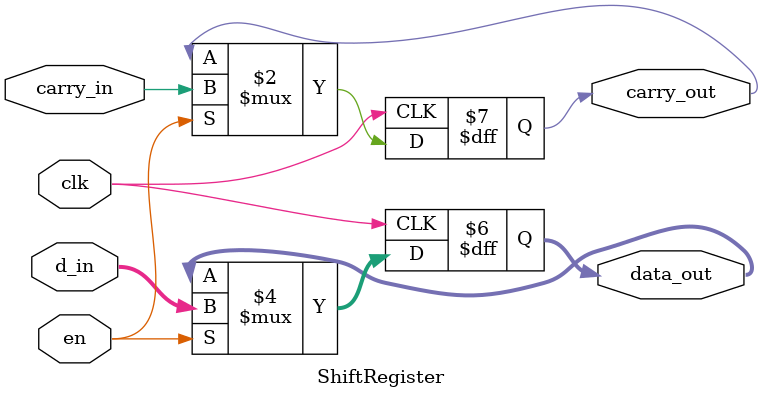
<source format=sv>
module CarryRotateShifter #(
    parameter WIDTH = 8
)(
    input  wire            clk,
    input  wire            en,
    input  wire            carry_in,
    output wire            carry_out,
    output wire [WIDTH-1:0] data_out
);
    // Internal signals
    wire shift_carry_out;
    wire [WIDTH-1:0] shift_data_out;
    
    // Control module for enabling shifting
    ShiftController u_shift_controller (
        .clk        (clk),
        .en         (en),
        .carry_in   (carry_in),
        .data_in    (data_out),
        .carry_out  (shift_carry_out),
        .data_out   (shift_data_out)
    );
    
    // Register module for storing shift results
    ShiftRegister #(
        .WIDTH      (WIDTH)
    ) u_shift_register (
        .clk        (clk),
        .en         (en),
        .d_in       (shift_data_out),
        .carry_in   (shift_carry_out),
        .data_out   (data_out),
        .carry_out  (carry_out)
    );
    
endmodule

// Module for calculating the next shift values
module ShiftController (
    input  wire            clk,
    input  wire            en,
    input  wire            carry_in,
    input  wire [WIDTH-1:0] data_in,
    output wire            carry_out,
    output wire [WIDTH-1:0] data_out
);
    parameter WIDTH = 8;
    
    assign carry_out = data_in[WIDTH-1];
    assign data_out = {data_in[WIDTH-2:0], carry_in};
    
endmodule

// Module for registering the shifted results
module ShiftRegister #(
    parameter WIDTH = 8
)(
    input  wire            clk,
    input  wire            en,
    input  wire [WIDTH-1:0] d_in,
    input  wire            carry_in,
    output reg  [WIDTH-1:0] data_out,
    output reg             carry_out
);
    
    // Register the shifted data
    always @(posedge clk) begin
        if (en) begin
            data_out <= d_in;
            carry_out <= carry_in;
        end
    end
    
endmodule
</source>
